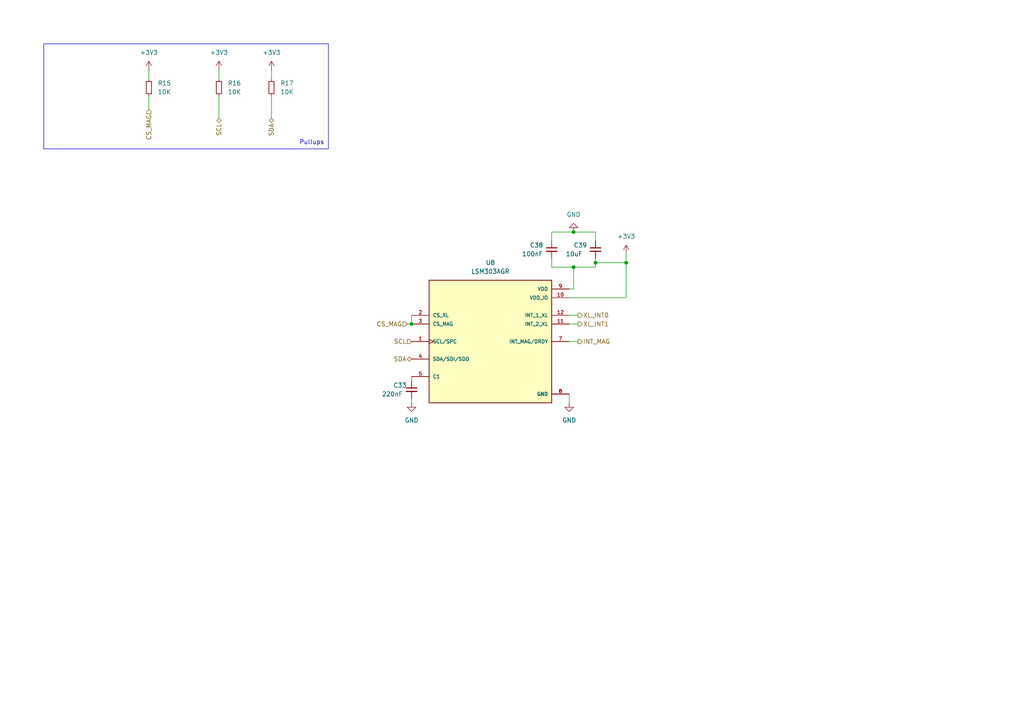
<source format=kicad_sch>
(kicad_sch (version 20231120) (generator "eeschema") (generator_version "8.0")
  (paper "A4")
  (lib_symbols
    (symbol "Device:C_Small" (pin_numbers hide) (pin_names (offset 0.254) hide)
      (property "Reference" "C" (at 0.254 1.778 0))
      (property "Value" "C_Small" (at 0.254 -2.032 0))
      (symbol "C_Small_0_1"
        (polyline (pts (xy -1.524 -0.508) (xy 1.524 -0.508)) (stroke (width 0.3302)))
        (polyline (pts (xy -1.524 0.508) (xy 1.524 0.508)) (stroke (width 0.3048)))
      )
      (symbol "C_Small_1_1"
        (pin passive line (at 0 2.54 270) (length 2.032) (name "~") (number "1"))
        (pin passive line (at 0 -2.54 90) (length 2.032) (name "~") (number "2"))
      )
    )
    (symbol "Device:R_Small" (pin_numbers hide) (pin_names (offset 0.254) hide)
      (property "Reference" "R" (at 0.762 0.508 0))
      (property "Value" "R_Small" (at 0.762 -1.016 0))
      (symbol "R_Small_0_1"
        (rectangle (start -0.762 1.778) (end 0.762 -1.778) (stroke (width 0.2032)))
      )
      (symbol "R_Small_1_1"
        (pin passive line (at 0 2.54 270) (length 0.762) (name "~") (number "1"))
        (pin passive line (at 0 -2.54 90) (length 0.762) (name "~") (number "2"))
      )
    )
    (symbol "LSM303AGR:LSM303AGR" (pin_names (offset 1.016))
      (property "Reference" "U" (at -17.78 19.05 0))
      (property "Value" "LSM303AGR" (at -17.78 -19.05 0))
      (symbol "LSM303AGR_0_0"
        (rectangle (start -17.78 -17.78) (end 17.78 17.78) (stroke (width 0.254)) (fill (type background)))
        (pin input clock (at -22.86 0 0) (length 5.08) (name "SCL/SPC") (number "1"))
        (pin power_in line (at 22.86 12.7 180) (length 5.08) (name "VDD_IO") (number "10"))
        (pin output line (at 22.86 5.08 180) (length 5.08) (name "INT_2_XL") (number "11"))
        (pin output line (at 22.86 7.62 180) (length 5.08) (name "INT_1_XL") (number "12"))
        (pin input line (at -22.86 7.62 0) (length 5.08) (name "CS_XL") (number "2"))
        (pin input line (at -22.86 5.08 0) (length 5.08) (name "CS_MAG") (number "3"))
        (pin bidirectional line (at -22.86 -5.08 0) (length 5.08) (name "SDA/SDI/SDO") (number "4"))
        (pin passive line (at -22.86 -10.16 0) (length 5.08) (name "C1") (number "5"))
        (pin power_in line (at 22.86 -15.24 180) (length 5.08) (name "GND") (number "6"))
        (pin output line (at 22.86 0 180) (length 5.08) (name "INT_MAG/DRDY") (number "7"))
        (pin power_in line (at 22.86 -15.24 180) (length 5.08) (name "GND") (number "8"))
        (pin power_in line (at 22.86 15.24 180) (length 5.08) (name "VDD") (number "9"))
      )
    )
    (symbol "power:+3V3" (power) (pin_numbers hide) (pin_names (offset 0) hide)
      (property "Value" "+3V3" (at 0 3.556 0))
      (symbol "+3V3_0_1"
        (polyline (pts (xy -0.762 1.27) (xy 0 2.54)))
        (polyline (pts (xy 0 0) (xy 0 2.54)))
        (polyline (pts (xy 0 2.54) (xy 0.762 1.27)))
      )
      (symbol "+3V3_1_1"
        (pin power_in line (at 0 0 90) (length 0) (name "~") (number "1"))
      )
    )
    (symbol "power:GND" (power) (pin_numbers hide) (pin_names (offset 0) hide)
      (property "Value" "GND" (at 0 -3.81 0))
      (symbol "GND_0_1"
        (polyline (pts (xy 0 0) (xy 0 -1.27) (xy 1.27 -1.27) (xy 0 -2.54) (xy -1.27 -1.27) (xy 0 -1.27)))
      )
      (symbol "GND_1_1"
        (pin power_in line (at 0 0 270) (length 0) (name "~") (number "1"))
      )
    )
  )
  (junction (at 172.72 76.2))
  (junction (at 166.37 77.47))
  (junction (at 119.38 93.98))
  (junction (at 181.61 76.2))
  (junction (at 166.37 67.31))
  (wire (pts (xy 165.1 114.3) (xy 165.1 116.84)))
  (wire (pts (xy 172.72 77.47) (xy 172.72 76.2)))
  (wire (pts (xy 165.1 83.82) (xy 166.37 83.82)))
  (wire (pts (xy 118.11 93.98) (xy 119.38 93.98)))
  (wire (pts (xy 119.38 109.22) (xy 119.38 110.49)))
  (wire (pts (xy 119.38 91.44) (xy 119.38 93.98)))
  (wire (pts (xy 181.61 73.66) (xy 181.61 76.2)))
  (wire (pts (xy 165.1 93.98) (xy 167.64 93.98)))
  (wire (pts (xy 166.37 83.82) (xy 166.37 77.47)))
  (wire (pts (xy 63.5 20.32) (xy 63.5 22.86)))
  (wire (pts (xy 166.37 77.47) (xy 172.72 77.47)))
  (wire (pts (xy 43.18 20.32) (xy 43.18 22.86)))
  (wire (pts (xy 160.02 74.93) (xy 160.02 77.47)))
  (wire (pts (xy 172.72 76.2) (xy 172.72 74.93)))
  (wire (pts (xy 165.1 91.44) (xy 167.64 91.44)))
  (wire (pts (xy 165.1 99.06) (xy 167.64 99.06)))
  (wire (pts (xy 78.74 20.32) (xy 78.74 22.86)))
  (wire (pts (xy 172.72 69.85) (xy 172.72 67.31)))
  (wire (pts (xy 172.72 67.31) (xy 166.37 67.31)))
  (wire (pts (xy 63.5 27.94) (xy 63.5 34.29)))
  (wire (pts (xy 181.61 76.2) (xy 181.61 86.36)))
  (wire (pts (xy 43.18 27.94) (xy 43.18 31.75)))
  (wire (pts (xy 78.74 27.94) (xy 78.74 34.29)))
  (wire (pts (xy 160.02 77.47) (xy 166.37 77.47)))
  (wire (pts (xy 160.02 67.31) (xy 166.37 67.31)))
  (wire (pts (xy 181.61 86.36) (xy 165.1 86.36)))
  (wire (pts (xy 160.02 69.85) (xy 160.02 67.31)))
  (wire (pts (xy 119.38 115.57) (xy 119.38 116.84)))
  (wire (pts (xy 172.72 76.2) (xy 181.61 76.2)))
  (rectangle (start 12.7 12.7) (end 95.25 43.18))
  (text "Pullups" (at 90.424 41.402 0) (effects (font (size 1.27 1.27))))
  (hierarchical_label "INT_MAG" (shape output) (at 167.64 99.06 0))
  (hierarchical_label "XL_INT1" (shape output) (at 167.64 93.98 0))
  (hierarchical_label "CS_MAG" (shape input) (at 43.18 31.75 270))
  (hierarchical_label "SCL" (shape input) (at 119.38 99.06 180))
  (hierarchical_label "XL_INT0" (shape output) (at 167.64 91.44 0))
  (hierarchical_label "CS_MAG" (shape input) (at 118.11 93.98 180))
  (hierarchical_label "SDA" (shape bidirectional) (at 119.38 104.14 180))
  (hierarchical_label "SCL" (shape bidirectional) (at 63.5 34.29 270))
  (hierarchical_label "SDA" (shape bidirectional) (at 78.74 34.29 270))
  (symbol (lib_id "LSM303AGR:LSM303AGR") (at 142.24 99.06 0) (unit 1)
    (property "Reference" "U8" (at 142.24 76.2 0))
    (property "Value" "LSM303AGR" (at 142.24 78.74 0))
    (property "Footprint" "custom_comps:PQFN50P200X200X100-12N" (effects (hide yes)))
    (property "MF" "STMicroelectronics" (effects (hide yes)))
    (property "MAXIMUM_PACKAGE_HEIGHT" "1.0mm" (effects (hide yes)))
    (property "Package" "VFLGA-12 STMicroelectronics" (effects (hide yes)))
    (property "Price" "None" (effects (hide yes)))
    (property "Check_prices" "https://www.snapeda.com/parts/LSM303AGR/STMicroelectronics/view-part/?ref=eda" (effects (hide yes)))
    (property "STANDARD" "IPC 7351B" (effects (hide yes)))
    (property "PARTREV" "10" (effects (hide yes)))
    (property "SnapEDA_Link" "https://www.snapeda.com/parts/LSM303AGR/STMicroelectronics/view-part/?ref=snap" (effects (hide yes)))
    (property "MP" "LSM303AGR" (effects (hide yes)))
    (property "Purchase-URL" "https://www.snapeda.com/api/url_track_click_mouser/?unipart_id=3601838&manufacturer=STMicroelectronics&part_name=LSM303AGR&search_term=None" (effects (hide yes)))
    (property "Description_1" "\nAccelerometer, Magnetometer, Temperature, 6 Axis Sensor I²C, SPI Output\n" (effects (hide yes)))
    (property "Availability" "In Stock" (effects (hide yes)))
    (property "MANUFACTURER" "STMicroelectronics" (effects (hide yes)))
  )
  (symbol (lib_id "power:GND") (at 165.1 116.84 0) (unit 1)
    (property "Reference" "#PWR066" (effects (hide yes)))
    (property "Value" "GND" (at 165.1 121.92 0))
    (property "Description" "Power symbol creates a global label with name \"GND\" , ground" (effects (hide yes)))
  )
  (symbol (lib_id "power:+3V3") (at 78.74 20.32 0) (unit 1)
    (property "Reference" "#PWR063" (effects (hide yes)))
    (property "Value" "+3V3" (at 78.74 15.24 0))
    (property "Description" "Power symbol creates a global label with name \"+3V3\"" (effects (hide yes)))
  )
  (symbol (lib_id "Device:R_Small") (at 78.74 25.4 0) (unit 1)
    (property "Reference" "R17" (at 81.28 24.1299 0) (effects (justify left)))
    (property "Value" "10K" (at 81.28 26.6699 0) (effects (justify left)))
    (property "Footprint" "Resistor_SMD:R_0402_1005Metric" (effects (hide yes)))
    (property "Description" "Resistor, small symbol" (effects (hide yes)))
  )
  (symbol (lib_id "Device:C_Small") (at 119.38 113.03 0) (unit 1)
    (property "Reference" "C33" (at 114.046 111.76 0) (effects (justify left)))
    (property "Value" "220nF" (at 110.744 114.3 0) (effects (justify left)))
    (property "Footprint" "Capacitor_SMD:C_0402_1005Metric" (effects (hide yes)))
    (property "Description" "Unpolarized capacitor, small symbol" (effects (hide yes)))
  )
  (symbol (lib_id "power:+3V3") (at 43.18 20.32 0) (unit 1)
    (property "Reference" "#PWR061" (effects (hide yes)))
    (property "Value" "+3V3" (at 43.18 15.24 0))
    (property "Description" "Power symbol creates a global label with name \"+3V3\"" (effects (hide yes)))
  )
  (symbol (lib_id "Device:C_Small") (at 160.02 72.39 0) (unit 1)
    (property "Reference" "C38" (at 153.67 71.12 0) (effects (justify left)))
    (property "Value" "100nF" (at 151.384 73.66 0) (effects (justify left)))
    (property "Footprint" "Capacitor_SMD:C_0402_1005Metric" (effects (hide yes)))
    (property "Description" "Unpolarized capacitor, small symbol" (effects (hide yes)))
  )
  (symbol (lib_id "power:GND") (at 166.37 67.31 180) (unit 1)
    (property "Reference" "#PWR084" (effects (hide yes)))
    (property "Value" "GND" (at 166.37 62.23 0))
    (property "Description" "Power symbol creates a global label with name \"GND\" , ground" (effects (hide yes)))
  )
  (symbol (lib_id "Device:R_Small") (at 63.5 25.4 0) (unit 1)
    (property "Reference" "R16" (at 66.04 24.1299 0) (effects (justify left)))
    (property "Value" "10K" (at 66.04 26.6699 0) (effects (justify left)))
    (property "Footprint" "Resistor_SMD:R_0402_1005Metric" (effects (hide yes)))
    (property "Description" "Resistor, small symbol" (effects (hide yes)))
  )
  (symbol (lib_id "Device:R_Small") (at 43.18 25.4 0) (unit 1)
    (property "Reference" "R15" (at 45.72 24.1299 0) (effects (justify left)))
    (property "Value" "10K" (at 45.72 26.6699 0) (effects (justify left)))
    (property "Footprint" "Resistor_SMD:R_0402_1005Metric" (effects (hide yes)))
    (property "Description" "Resistor, small symbol" (effects (hide yes)))
  )
  (symbol (lib_id "power:+3V3") (at 63.5 20.32 0) (unit 1)
    (property "Reference" "#PWR062" (effects (hide yes)))
    (property "Value" "+3V3" (at 63.5 15.24 0))
    (property "Description" "Power symbol creates a global label with name \"+3V3\"" (effects (hide yes)))
  )
  (symbol (lib_id "Device:C_Small") (at 172.72 72.39 0) (unit 1)
    (property "Reference" "C39" (at 166.37 71.12 0) (effects (justify left)))
    (property "Value" "10uF" (at 164.084 73.66 0) (effects (justify left)))
    (property "Footprint" "Capacitor_SMD:C_0402_1005Metric" (effects (hide yes)))
    (property "Description" "Unpolarized capacitor, small symbol" (effects (hide yes)))
  )
  (symbol (lib_id "power:GND") (at 119.38 116.84 0) (unit 1)
    (property "Reference" "#PWR064" (effects (hide yes)))
    (property "Value" "GND" (at 119.38 121.92 0))
    (property "Description" "Power symbol creates a global label with name \"GND\" , ground" (effects (hide yes)))
  )
  (symbol (lib_id "power:+3V3") (at 181.61 73.66 0) (unit 1)
    (property "Reference" "#PWR065" (effects (hide yes)))
    (property "Value" "+3V3" (at 181.61 68.58 0))
    (property "Description" "Power symbol creates a global label with name \"+3V3\"" (effects (hide yes)))
  )
)
</source>
